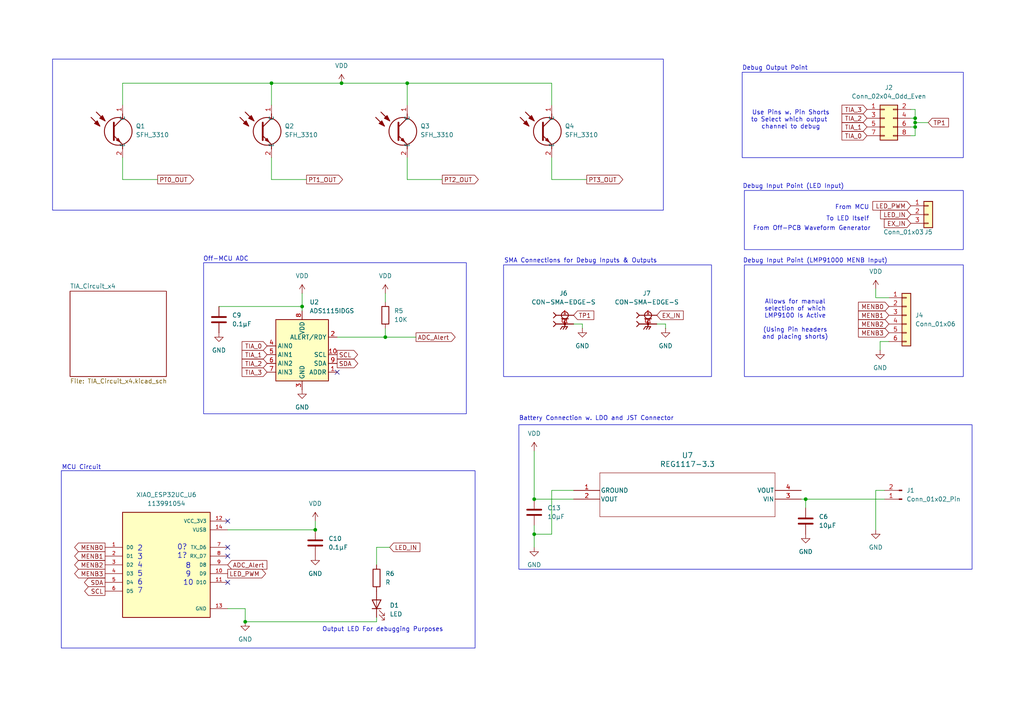
<source format=kicad_sch>
(kicad_sch (version 20250114) (generator "eeschema") (generator_version "9.0")
  (paper "A4")
  (lib_symbols
    (symbol "Analog_ADC:ADS1115IDGS"
      (property "Reference" "U" (at 2.54 13.97 0))
      (property "Value" "ADS1115IDGS" (at 7.62 11.43 0))
      (symbol "ADS1115IDGS_0_1"
        (rectangle (start -7.62 10.16) (end 7.62 -7.62) (stroke (width 0.254)) (fill (type background)))
      )
      (symbol "ADS1115IDGS_1_1"
        (pin input line (at -10.16 2.54 0) (length 2.54) (name "AIN0") (number "4"))
        (pin input line (at -10.16 0 0) (length 2.54) (name "AIN1") (number "5"))
        (pin input line (at -10.16 -2.54 0) (length 2.54) (name "AIN2") (number "6"))
        (pin input line (at -10.16 -5.08 0) (length 2.54) (name "AIN3") (number "7"))
        (pin power_in line (at 0 12.7 270) (length 2.54) (name "VDD") (number "8"))
        (pin power_in line (at 0 -10.16 90) (length 2.54) (name "GND") (number "3"))
        (pin output line (at 10.16 5.08 180) (length 2.54) (name "ALERT/RDY") (number "2"))
        (pin input line (at 10.16 0 180) (length 2.54) (name "SCL") (number "10"))
        (pin bidirectional line (at 10.16 -2.54 180) (length 2.54) (name "SDA") (number "9"))
        (pin input line (at 10.16 -5.08 180) (length 2.54) (name "ADDR") (number "1"))
      )
    )
    (symbol "CON_SMA_EDGE_S:CON-SMA-EDGE-S" (pin_names (offset 1.016))
      (property "Reference" "J" (at -3.81 4.064 0))
      (property "Value" "CON-SMA-EDGE-S" (at -4.064 -4.318 0))
      (symbol "CON-SMA-EDGE-S_0_0"
        (polyline (pts (xy -3.302 3.302) (xy -2.54 2.54)) (stroke (width 0.254)))
        (polyline (pts (xy -3.302 1.778) (xy -2.54 2.54)) (stroke (width 0.254)))
        (polyline (pts (xy -3.302 0.762) (xy -2.54 0)) (stroke (width 0.254)))
        (polyline (pts (xy -3.302 -0.762) (xy -2.54 0)) (stroke (width 0.254)))
        (polyline (pts (xy -2.54 2.54) (xy 2.54 2.54)) (stroke (width 0.254)))
        (polyline (pts (xy -2.54 0) (xy 0 0)) (stroke (width 0.254)))
        (polyline (pts (xy -1.016 1.524) (xy 0 1.524)) (stroke (width 0.254)))
        (polyline (pts (xy -0.762 -0.762) (xy -1.27 -1.524)) (stroke (width 0.254)))
        (circle (center 0 2.54) (radius 1.016) (stroke (width 0.254)))
        (polyline (pts (xy 0 1.524) (xy 0 0)) (stroke (width 0.254)))
        (polyline (pts (xy 0 1.524) (xy 1.016 1.524)) (stroke (width 0.254)))
        (polyline (pts (xy 0 0) (xy -2.286 0)) (stroke (width 0.254)))
        (polyline (pts (xy 0 0) (xy 0 -0.762)) (stroke (width 0.254)))
        (circle (center 0 0) (radius 0.254) (stroke (width 0.254)))
        (polyline (pts (xy 0 -0.762) (xy -0.762 -0.762)) (stroke (width 0.254)))
        (polyline (pts (xy 0 -0.762) (xy -0.508 -1.524)) (stroke (width 0.254)))
        (polyline (pts (xy 0 -0.762) (xy 0.762 -0.762)) (stroke (width 0.254)))
        (polyline (pts (xy 0.762 -0.762) (xy 0.254 -1.524)) (stroke (width 0.254)))
        (polyline (pts (xy 2.54 0) (xy 0 0)) (stroke (width 0.254)))
        (pin passive line (at 2.54 2.54 180) (length 5.08) (name "~") (number "1"))
        (pin passive line (at 2.54 0 180) (length 5.08) (name "~") (number "G1"))
      )
    )
    (symbol "Connector:Conn_01x02_Pin" (pin_names (offset 1.016) (hide yes))
      (property "Reference" "J" (at 0 2.54 0))
      (property "Value" "Conn_01x02_Pin" (at 0 -5.08 0))
      (symbol "Conn_01x02_Pin_1_1"
        (rectangle (start 0.8636 0.127) (end 0 -0.127) (stroke (width 0.1524)) (fill (type outline)))
        (rectangle (start 0.8636 -2.413) (end 0 -2.667) (stroke (width 0.1524)) (fill (type outline)))
        (polyline (pts (xy 1.27 0) (xy 0.8636 0)) (stroke (width 0.1524)))
        (polyline (pts (xy 1.27 -2.54) (xy 0.8636 -2.54)) (stroke (width 0.1524)))
        (pin passive line (at 5.08 0 180) (length 3.81) (name "Pin_1") (number "1"))
        (pin passive line (at 5.08 -2.54 180) (length 3.81) (name "Pin_2") (number "2"))
      )
    )
    (symbol "Connector_Generic:Conn_01x03" (pin_names (offset 1.016) (hide yes))
      (property "Reference" "J" (at 0 5.08 0))
      (property "Value" "Conn_01x03" (at 0 -5.08 0))
      (symbol "Conn_01x03_1_1"
        (rectangle (start -1.27 3.81) (end 1.27 -3.81) (stroke (width 0.254)) (fill (type background)))
        (rectangle (start -1.27 2.667) (end 0 2.413) (stroke (width 0.1524)))
        (rectangle (start -1.27 0.127) (end 0 -0.127) (stroke (width 0.1524)))
        (rectangle (start -1.27 -2.413) (end 0 -2.667) (stroke (width 0.1524)))
        (pin passive line (at -5.08 2.54 0) (length 3.81) (name "Pin_1") (number "1"))
        (pin passive line (at -5.08 0 0) (length 3.81) (name "Pin_2") (number "2"))
        (pin passive line (at -5.08 -2.54 0) (length 3.81) (name "Pin_3") (number "3"))
      )
    )
    (symbol "Connector_Generic:Conn_01x06" (pin_names (offset 1.016) (hide yes))
      (property "Reference" "J" (at 0 7.62 0))
      (property "Value" "Conn_01x06" (at 0 -10.16 0))
      (symbol "Conn_01x06_1_1"
        (rectangle (start -1.27 6.35) (end 1.27 -8.89) (stroke (width 0.254)) (fill (type background)))
        (rectangle (start -1.27 5.207) (end 0 4.953) (stroke (width 0.1524)))
        (rectangle (start -1.27 2.667) (end 0 2.413) (stroke (width 0.1524)))
        (rectangle (start -1.27 0.127) (end 0 -0.127) (stroke (width 0.1524)))
        (rectangle (start -1.27 -2.413) (end 0 -2.667) (stroke (width 0.1524)))
        (rectangle (start -1.27 -4.953) (end 0 -5.207) (stroke (width 0.1524)))
        (rectangle (start -1.27 -7.493) (end 0 -7.747) (stroke (width 0.1524)))
        (pin passive line (at -5.08 5.08 0) (length 3.81) (name "Pin_1") (number "1"))
        (pin passive line (at -5.08 2.54 0) (length 3.81) (name "Pin_2") (number "2"))
        (pin passive line (at -5.08 0 0) (length 3.81) (name "Pin_3") (number "3"))
        (pin passive line (at -5.08 -2.54 0) (length 3.81) (name "Pin_4") (number "4"))
        (pin passive line (at -5.08 -5.08 0) (length 3.81) (name "Pin_5") (number "5"))
        (pin passive line (at -5.08 -7.62 0) (length 3.81) (name "Pin_6") (number "6"))
      )
    )
    (symbol "Connector_Generic:Conn_02x04_Odd_Even" (pin_names (offset 1.016) (hide yes))
      (property "Reference" "J" (at 1.27 5.08 0))
      (property "Value" "Conn_02x04_Odd_Even" (at 1.27 -7.62 0))
      (symbol "Conn_02x04_Odd_Even_1_1"
        (rectangle (start -1.27 3.81) (end 3.81 -6.35) (stroke (width 0.254)) (fill (type background)))
        (rectangle (start -1.27 2.667) (end 0 2.413) (stroke (width 0.1524)))
        (rectangle (start -1.27 0.127) (end 0 -0.127) (stroke (width 0.1524)))
        (rectangle (start -1.27 -2.413) (end 0 -2.667) (stroke (width 0.1524)))
        (rectangle (start -1.27 -4.953) (end 0 -5.207) (stroke (width 0.1524)))
        (rectangle (start 3.81 2.667) (end 2.54 2.413) (stroke (width 0.1524)))
        (rectangle (start 3.81 0.127) (end 2.54 -0.127) (stroke (width 0.1524)))
        (rectangle (start 3.81 -2.413) (end 2.54 -2.667) (stroke (width 0.1524)))
        (rectangle (start 3.81 -4.953) (end 2.54 -5.207) (stroke (width 0.1524)))
        (pin passive line (at -5.08 2.54 0) (length 3.81) (name "Pin_1") (number "1"))
        (pin passive line (at -5.08 0 0) (length 3.81) (name "Pin_3") (number "3"))
        (pin passive line (at -5.08 -2.54 0) (length 3.81) (name "Pin_5") (number "5"))
        (pin passive line (at -5.08 -5.08 0) (length 3.81) (name "Pin_7") (number "7"))
        (pin passive line (at 7.62 2.54 180) (length 3.81) (name "Pin_2") (number "2"))
        (pin passive line (at 7.62 0 180) (length 3.81) (name "Pin_4") (number "4"))
        (pin passive line (at 7.62 -2.54 180) (length 3.81) (name "Pin_6") (number "6"))
        (pin passive line (at 7.62 -5.08 180) (length 3.81) (name "Pin_8") (number "8"))
      )
    )
    (symbol "Device:C" (pin_numbers (hide yes)) (pin_names (offset 0.254))
      (property "Reference" "C" (at 0.635 2.54 0))
      (property "Value" "C" (at 0.635 -2.54 0))
      (symbol "C_0_1"
        (polyline (pts (xy -2.032 0.762) (xy 2.032 0.762)) (stroke (width 0.508)))
        (polyline (pts (xy -2.032 -0.762) (xy 2.032 -0.762)) (stroke (width 0.508)))
      )
      (symbol "C_1_1"
        (pin passive line (at 0 3.81 270) (length 2.794) (name "~") (number "1"))
        (pin passive line (at 0 -3.81 90) (length 2.794) (name "~") (number "2"))
      )
    )
    (symbol "Device:LED" (pin_numbers (hide yes)) (pin_names (offset 1.016) (hide yes))
      (property "Reference" "D" (at 0 2.54 0))
      (property "Value" "LED" (at 0 -2.54 0))
      (symbol "LED_0_1"
        (polyline (pts (xy -3.048 -0.762) (xy -4.572 -2.286) (xy -3.81 -2.286) (xy -4.572 -2.286) (xy -4.572 -1.524)))
        (polyline (pts (xy -1.778 -0.762) (xy -3.302 -2.286) (xy -2.54 -2.286) (xy -3.302 -2.286) (xy -3.302 -1.524)))
        (polyline (pts (xy -1.27 0) (xy 1.27 0)))
        (polyline (pts (xy -1.27 -1.27) (xy -1.27 1.27)) (stroke (width 0.254)))
        (polyline (pts (xy 1.27 -1.27) (xy 1.27 1.27) (xy -1.27 0) (xy 1.27 -1.27)) (stroke (width 0.254)))
      )
      (symbol "LED_1_1"
        (pin passive line (at -3.81 0 0) (length 2.54) (name "K") (number "1"))
        (pin passive line (at 3.81 0 180) (length 2.54) (name "A") (number "2"))
      )
    )
    (symbol "Device:R" (pin_numbers (hide yes)) (pin_names (offset 0))
      (property "Reference" "R" (at 2.032 0 90))
      (property "Value" "R" (at 0 0 90))
      (symbol "R_0_1"
        (rectangle (start -1.016 -2.54) (end 1.016 2.54) (stroke (width 0.254)))
      )
      (symbol "R_1_1"
        (pin passive line (at 0 3.81 270) (length 1.27) (name "~") (number "1"))
        (pin passive line (at 0 -3.81 90) (length 1.27) (name "~") (number "2"))
      )
    )
    (symbol "Reg1117_3.3V LDO:REG1117-3.3" (pin_names (offset 0.254))
      (property "Reference" "U" (at 33.02 10.16 0))
      (property "Value" "REG1117-3.3" (at 33.02 7.62 0))
      (symbol "REG1117-3.3_0_1"
        (polyline (pts (xy 7.62 5.08) (xy 7.62 -7.62)) (stroke (width 0.127)))
        (polyline (pts (xy 7.62 -7.62) (xy 58.42 -7.62)) (stroke (width 0.127)))
        (polyline (pts (xy 58.42 5.08) (xy 7.62 5.08)) (stroke (width 0.127)))
        (polyline (pts (xy 58.42 -7.62) (xy 58.42 5.08)) (stroke (width 0.127)))
        (pin power_in line (at 0 0 0) (length 7.62) (name "GROUND") (number "1"))
        (pin output line (at 0 -2.54 0) (length 7.62) (name "VOUT") (number "2"))
        (pin output line (at 66.04 0 180) (length 7.62) (name "VOUT") (number "4"))
        (pin input line (at 66.04 -2.54 180) (length 7.62) (name "VIN") (number "3"))
      )
    )
    (symbol "SEEEDSTUDIO XIAO ESP32C3:113991054" (pin_names (offset 1.016))
      (property "Reference" "U" (at -12.7 16.002 0))
      (property "Value" "113991054" (at -12.7 -17.78 0))
      (symbol "113991054_0_0"
        (rectangle (start -12.7 -15.24) (end 12.7 15.24) (stroke (width 0.254)) (fill (type background)))
        (pin bidirectional line (at -17.78 5.08 0) (length 5.08) (name "D0") (number "1"))
        (pin bidirectional line (at -17.78 2.54 0) (length 5.08) (name "D1") (number "2"))
        (pin bidirectional line (at -17.78 0 0) (length 5.08) (name "D2") (number "3"))
        (pin bidirectional line (at -17.78 -2.54 0) (length 5.08) (name "D3") (number "4"))
        (pin bidirectional line (at -17.78 -5.08 0) (length 5.08) (name "D4") (number "5"))
        (pin bidirectional line (at -17.78 -7.62 0) (length 5.08) (name "D5") (number "6"))
        (pin power_in line (at 17.78 12.7 180) (length 5.08) (name "VCC_3V3") (number "12"))
        (pin power_in line (at 17.78 10.16 180) (length 5.08) (name "VUSB") (number "14"))
        (pin bidirectional line (at 17.78 5.08 180) (length 5.08) (name "TX_D6") (number "7"))
        (pin bidirectional line (at 17.78 2.54 180) (length 5.08) (name "RX_D7") (number "8"))
        (pin bidirectional line (at 17.78 0 180) (length 5.08) (name "D8") (number "9"))
        (pin bidirectional line (at 17.78 -2.54 180) (length 5.08) (name "D9") (number "10"))
        (pin bidirectional line (at 17.78 -5.08 180) (length 5.08) (name "D10") (number "11"))
        (pin power_in line (at 17.78 -12.7 180) (length 5.08) (name "GND") (number "13"))
      )
    )
    (symbol "SFH3310:SFH_3310"
      (property "Reference" "Q" (at 3.81 -6.35 0))
      (property "Value" "SFH_3310" (at 3.81 -8.89 0))
      (symbol "SFH_3310_1_1"
        (polyline (pts (xy -9.144 -3.556) (xy -6.604 -6.096)) (stroke (width 0.254)))
        (polyline (pts (xy -8.128 -5.334) (xy -7.366 -4.572) (xy -6.604 -6.096) (xy -8.128 -5.334)) (stroke (width 0.254)) (fill (type outline)))
        (polyline (pts (xy -7.62 -2.032) (xy -5.08 -4.572)) (stroke (width 0.254)))
        (polyline (pts (xy -6.604 -3.81) (xy -5.842 -3.048) (xy -5.08 -4.572) (xy -6.604 -3.81)) (stroke (width 0.254)) (fill (type outline)))
        (polyline (pts (xy -2.54 -5.08) (xy -2.54 -10.16)) (stroke (width 0.508)))
        (polyline (pts (xy -2.54 -6.35) (xy 0 -3.81)) (stroke (width 0.254)))
        (polyline (pts (xy -2.54 -8.89) (xy 0 -11.43)) (stroke (width 0.254)))
        (polyline (pts (xy -1.778 -10.16) (xy -1.27 -9.652) (xy -0.762 -10.668) (xy -1.778 -10.16)) (stroke (width 0.254)) (fill (type outline)))
        (circle (center -1.27 -7.62) (radius 4.016) (stroke (width 0.254)))
        (polyline (pts (xy 0 -3.81) (xy 0 -2.54)) (stroke (width 0.254)))
        (polyline (pts (xy 0 -11.43) (xy 0 -12.7)) (stroke (width 0.254)))
        (pin passive line (at 0 0 270) (length 2.54) (name "C") (number "1"))
        (pin passive line (at 0 -15.24 90) (length 2.54) (name "E") (number "2"))
      )
    )
    (symbol "power:GND" (power) (pin_numbers (hide yes)) (pin_names (offset 0) (hide yes))
      (property "Value" "GND" (at 0 -3.81 0))
      (symbol "GND_0_1"
        (polyline (pts (xy 0 0) (xy 0 -1.27) (xy 1.27 -1.27) (xy 0 -2.54) (xy -1.27 -1.27) (xy 0 -1.27)))
      )
      (symbol "GND_1_1"
        (pin power_in line (at 0 0 270) (length 0) (name "~") (number "1"))
      )
    )
    (symbol "power:VDD" (power) (pin_numbers (hide yes)) (pin_names (offset 0) (hide yes))
      (property "Value" "VDD" (at 0 3.556 0))
      (symbol "VDD_0_1"
        (polyline (pts (xy -0.762 1.27) (xy 0 2.54)))
        (polyline (pts (xy 0 2.54) (xy 0.762 1.27)))
        (polyline (pts (xy 0 0) (xy 0 2.54)))
      )
      (symbol "VDD_1_1"
        (pin power_in line (at 0 0 90) (length 0) (name "~") (number "1"))
      )
    )
  )
  (rectangle (start 215.9 55.245) (end 279.4 72.39))
  (rectangle (start 59.055 76.2) (end 135.255 120.015))
  (rectangle (start 17.78 136.525) (end 137.795 187.96))
  (rectangle (start 146.05 76.835) (end 206.375 109.22))
  (rectangle (start 150.495 123.19) (end 281.94 165.1))
  (rectangle (start 215.9 76.835) (end 279.4 109.22))
  (rectangle (start 15.24 17.145) (end 192.405 60.96))
  (rectangle (start 215.265 20.955) (end 279.4 45.72))
  (text "Battery Connection w. LDO and JST Connector" (at 172.974 121.412 0) (effects (font (size 1.27 1.27))))
  (text "6\n7" (at 40.64 170.18 0) (effects (font (size 1.524 1.524))))
  (text "Off-MCU ADC" (at 65.532 75.184 0) (effects (font (size 1.27 1.27))))
  (text "From MCU\n" (at 247.142 60.198 0) (effects (font (size 1.27 1.27))))
  (text "Use Pins w. Pin Shorts\nto Select which output \nchannel to debug" (at 229.362 34.798 0) (effects (font (size 1.27 1.27))))
  (text "Debug Input Point (LMP91000 MENB Input)" (at 236.474 75.692 0) (effects (font (size 1.27 1.27))))
  (text "Allows for manual\nselection of which\nLMP9100 Is Active\n\n(Using Pin headers\nand placing shorts)" (at 230.632 92.71 0) (effects (font (size 1.27 1.27))))
  (text "MCU Circuit" (at 23.622 135.636 0) (effects (font (size 1.27 1.27))))
  (text "2\n3\n4\n5" (at 40.64 162.814 0) (effects (font (size 1.524 1.524))))
  (text "Debug Output Point" (at 224.79 19.812 0) (effects (font (size 1.27 1.27))))
  (text "8\n9\n10" (at 54.61 166.624 0) (effects (font (size 1.524 1.524))))
  (text "To LED Itself" (at 245.872 63.5 0) (effects (font (size 1.27 1.27))))
  (text "SMA Connections for Debug Inputs & Outputs" (at 168.402 75.692 0) (effects (font (size 1.27 1.27))))
  (text "0?\n1?" (at 52.832 160.02 0) (effects (font (size 1.524 1.524))))
  (text "Debug Input Point (LED Input)" (at 230.124 54.102 0) (effects (font (size 1.27 1.27))))
  (text "From Off-PCB Waveform Generator" (at 235.458 66.294 0) (effects (font (size 1.27 1.27))))
  (text "Output LED For debugging Purposes" (at 110.998 182.626 0) (effects (font (size 1.27 1.27))))
  (junction (at 91.44 153.67))
  (junction (at 233.68 144.78))
  (junction (at 118.11 24.13))
  (junction (at 87.63 88.9))
  (junction (at 154.94 144.78))
  (junction (at 265.43 35.56))
  (junction (at 78.74 24.13))
  (junction (at 265.43 34.29))
  (junction (at 154.94 154.94))
  (junction (at 111.76 97.79))
  (junction (at 265.43 36.83))
  (junction (at 99.06 24.13))
  (junction (at 71.12 180.34))
  (no_connect (at 97.79 107.95))
  (no_connect (at 66.04 161.29))
  (no_connect (at 66.04 151.13))
  (no_connect (at 66.04 158.75))
  (no_connect (at 66.04 168.91))
  (wire (pts (xy 254 83.82) (xy 254 86.36)))
  (wire (pts (xy 254 142.24) (xy 254 153.67)))
  (wire (pts (xy 87.63 88.9) (xy 87.63 90.17)))
  (wire (pts (xy 160.02 24.13) (xy 160.02 30.48)))
  (wire (pts (xy 63.5 88.9) (xy 87.63 88.9)))
  (wire (pts (xy 265.43 36.83) (xy 264.16 36.83)))
  (wire (pts (xy 35.56 45.72) (xy 35.56 52.07)))
  (wire (pts (xy 154.94 130.81) (xy 154.94 144.78)))
  (wire (pts (xy 87.63 85.09) (xy 87.63 88.9)))
  (wire (pts (xy 66.04 153.67) (xy 91.44 153.67)))
  (wire (pts (xy 160.02 154.94) (xy 154.94 154.94)))
  (wire (pts (xy 168.91 93.98) (xy 168.91 95.25)))
  (wire (pts (xy 264.16 31.75) (xy 265.43 31.75)))
  (wire (pts (xy 256.54 142.24) (xy 254 142.24)))
  (wire (pts (xy 35.56 24.13) (xy 35.56 30.48)))
  (wire (pts (xy 265.43 36.83) (xy 265.43 39.37)))
  (wire (pts (xy 257.81 86.36) (xy 254 86.36)))
  (wire (pts (xy 78.74 52.07) (xy 88.9 52.07)))
  (wire (pts (xy 111.76 97.79) (xy 120.65 97.79)))
  (wire (pts (xy 35.56 52.07) (xy 45.72 52.07)))
  (wire (pts (xy 160.02 45.72) (xy 160.02 52.07)))
  (wire (pts (xy 118.11 24.13) (xy 118.11 30.48)))
  (wire (pts (xy 233.68 144.78) (xy 256.54 144.78)))
  (wire (pts (xy 265.43 31.75) (xy 265.43 34.29)))
  (wire (pts (xy 160.02 52.07) (xy 170.18 52.07)))
  (wire (pts (xy 109.22 180.34) (xy 71.12 180.34)))
  (wire (pts (xy 154.94 144.78) (xy 166.37 144.78)))
  (wire (pts (xy 118.11 45.72) (xy 118.11 52.07)))
  (wire (pts (xy 109.22 180.34) (xy 109.22 179.07)))
  (wire (pts (xy 265.43 34.29) (xy 265.43 35.56)))
  (wire (pts (xy 193.04 93.98) (xy 193.04 95.25)))
  (wire (pts (xy 265.43 34.29) (xy 264.16 34.29)))
  (wire (pts (xy 78.74 24.13) (xy 78.74 30.48)))
  (wire (pts (xy 232.41 144.78) (xy 233.68 144.78)))
  (wire (pts (xy 78.74 45.72) (xy 78.74 52.07)))
  (wire (pts (xy 265.43 39.37) (xy 264.16 39.37)))
  (wire (pts (xy 109.22 158.75) (xy 109.22 163.83)))
  (wire (pts (xy 265.43 35.56) (xy 265.43 36.83)))
  (wire (pts (xy 78.74 24.13) (xy 99.06 24.13)))
  (wire (pts (xy 265.43 35.56) (xy 269.24 35.56)))
  (wire (pts (xy 66.04 176.53) (xy 71.12 176.53)))
  (wire (pts (xy 118.11 52.07) (xy 128.27 52.07)))
  (wire (pts (xy 166.37 93.98) (xy 168.91 93.98)))
  (wire (pts (xy 154.94 154.94) (xy 154.94 152.4)))
  (wire (pts (xy 166.37 142.24) (xy 160.02 142.24)))
  (wire (pts (xy 233.68 144.78) (xy 233.68 147.32)))
  (wire (pts (xy 160.02 142.24) (xy 160.02 154.94)))
  (wire (pts (xy 111.76 95.25) (xy 111.76 97.79)))
  (wire (pts (xy 97.79 97.79) (xy 111.76 97.79)))
  (wire (pts (xy 91.44 151.13) (xy 91.44 153.67)))
  (wire (pts (xy 111.76 85.09) (xy 111.76 87.63)))
  (wire (pts (xy 154.94 158.75) (xy 154.94 154.94)))
  (wire (pts (xy 190.5 93.98) (xy 193.04 93.98)))
  (wire (pts (xy 99.06 24.13) (xy 118.11 24.13)))
  (wire (pts (xy 71.12 176.53) (xy 71.12 180.34)))
  (wire (pts (xy 255.27 99.06) (xy 257.81 99.06)))
  (wire (pts (xy 118.11 24.13) (xy 160.02 24.13)))
  (wire (pts (xy 35.56 24.13) (xy 78.74 24.13)))
  (wire (pts (xy 255.27 101.6) (xy 255.27 99.06)))
  (wire (pts (xy 113.03 158.75) (xy 109.22 158.75)))
  (global_label "SCL" (shape output) (at 30.48 171.45 180) (property "Intersheetrefs" "${INTERSHEET_REFS}" (effects (hide yes))))
  (global_label "LED_PWM" (shape input) (at 264.16 59.69 180) (property "Intersheetrefs" "${INTERSHEET_REFS}" (effects (hide yes))))
  (global_label "TIA_0" (shape input) (at 77.47 100.33 180) (property "Intersheetrefs" "${INTERSHEET_REFS}" (effects (hide yes))))
  (global_label "LED_IN" (shape input) (at 113.03 158.75 0) (property "Intersheetrefs" "${INTERSHEET_REFS}" (effects (hide yes))))
  (global_label "PT2_OUT" (shape output) (at 128.27 52.07 0) (property "Intersheetrefs" "${INTERSHEET_REFS}" (effects (hide yes))))
  (global_label "PT1_OUT" (shape output) (at 88.9 52.07 0) (property "Intersheetrefs" "${INTERSHEET_REFS}" (effects (hide yes))))
  (global_label "TP1" (shape input) (at 269.24 35.56 0) (property "Intersheetrefs" "${INTERSHEET_REFS}" (effects (hide yes))))
  (global_label "SDA" (shape output) (at 97.79 105.41 0) (property "Intersheetrefs" "${INTERSHEET_REFS}" (effects (hide yes))))
  (global_label "TIA_3" (shape input) (at 77.47 107.95 180) (property "Intersheetrefs" "${INTERSHEET_REFS}" (effects (hide yes))))
  (global_label "TIA_2" (shape input) (at 251.46 34.29 180) (property "Intersheetrefs" "${INTERSHEET_REFS}" (effects (hide yes))))
  (global_label "SDA" (shape output) (at 30.48 168.91 180) (property "Intersheetrefs" "${INTERSHEET_REFS}" (effects (hide yes))))
  (global_label "MENB0" (shape input) (at 257.81 88.9 180) (property "Intersheetrefs" "${INTERSHEET_REFS}" (effects (hide yes))))
  (global_label "LED_PWM" (shape output) (at 66.04 166.37 0) (property "Intersheetrefs" "${INTERSHEET_REFS}" (effects (hide yes))))
  (global_label "EX_IN" (shape input) (at 190.5 91.44 0) (property "Intersheetrefs" "${INTERSHEET_REFS}" (effects (hide yes))))
  (global_label "LED_IN" (shape input) (at 264.16 62.23 180) (property "Intersheetrefs" "${INTERSHEET_REFS}" (effects (hide yes))))
  (global_label "SCL" (shape output) (at 97.79 102.87 0) (property "Intersheetrefs" "${INTERSHEET_REFS}" (effects (hide yes))))
  (global_label "MENB2" (shape output) (at 30.48 163.83 180) (property "Intersheetrefs" "${INTERSHEET_REFS}" (effects (hide yes))))
  (global_label "MENB1" (shape output) (at 30.48 161.29 180) (property "Intersheetrefs" "${INTERSHEET_REFS}" (effects (hide yes))))
  (global_label "MENB0" (shape output) (at 30.48 158.75 180) (property "Intersheetrefs" "${INTERSHEET_REFS}" (effects (hide yes))))
  (global_label "MENB2" (shape input) (at 257.81 93.98 180) (property "Intersheetrefs" "${INTERSHEET_REFS}" (effects (hide yes))))
  (global_label "PT3_OUT" (shape output) (at 170.18 52.07 0) (property "Intersheetrefs" "${INTERSHEET_REFS}" (effects (hide yes))))
  (global_label "MENB1" (shape input) (at 257.81 91.44 180) (property "Intersheetrefs" "${INTERSHEET_REFS}" (effects (hide yes))))
  (global_label "TIA_3" (shape input) (at 251.46 31.75 180) (property "Intersheetrefs" "${INTERSHEET_REFS}" (effects (hide yes))))
  (global_label "MENB3" (shape output) (at 30.48 166.37 180) (property "Intersheetrefs" "${INTERSHEET_REFS}" (effects (hide yes))))
  (global_label "MENB3" (shape input) (at 257.81 96.52 180) (property "Intersheetrefs" "${INTERSHEET_REFS}" (effects (hide yes))))
  (global_label "TIA_0" (shape input) (at 251.46 39.37 180) (property "Intersheetrefs" "${INTERSHEET_REFS}" (effects (hide yes))))
  (global_label "PT0_OUT" (shape output) (at 45.72 52.07 0) (property "Intersheetrefs" "${INTERSHEET_REFS}" (effects (hide yes))))
  (global_label "TIA_2" (shape input) (at 77.47 105.41 180) (property "Intersheetrefs" "${INTERSHEET_REFS}" (effects (hide yes))))
  (global_label "TP1" (shape input) (at 166.37 91.44 0) (property "Intersheetrefs" "${INTERSHEET_REFS}" (effects (hide yes))))
  (global_label "ADC_Alert" (shape input) (at 66.04 163.83 0) (property "Intersheetrefs" "${INTERSHEET_REFS}" (effects (hide yes))))
  (global_label "TIA_1" (shape input) (at 251.46 36.83 180) (property "Intersheetrefs" "${INTERSHEET_REFS}" (effects (hide yes))))
  (global_label "EX_IN" (shape input) (at 264.16 64.77 180) (property "Intersheetrefs" "${INTERSHEET_REFS}" (effects (hide yes))))
  (global_label "TIA_1" (shape input) (at 77.47 102.87 180) (property "Intersheetrefs" "${INTERSHEET_REFS}" (effects (hide yes))))
  (global_label "ADC_Alert" (shape output) (at 120.65 97.79 0) (property "Intersheetrefs" "${INTERSHEET_REFS}" (effects (hide yes))))
  (symbol (lib_id "Connector:Conn_01x02_Pin") (at 261.62 144.78 180) (unit 1)
    (property "Reference" "J1" (at 262.89 142.2399 0) (effects (justify right)))
    (property "Value" "Conn_01x02_Pin" (at 262.89 144.7799 0) (effects (justify right)))
    (property "Footprint" "Connector:JWT_A3963_1x02_P3.96mm_Vertical" (effects (hide yes)))
    (property "Description" "Generic connector, single row, 01x02, script generated" (effects (hide yes)))
  )
  (symbol (lib_id "Reg1117_3.3V LDO:REG1117-3.3") (at 166.37 142.24 0) (unit 1)
    (property "Reference" "U7" (at 199.39 132.08 0) (effects (font (size 1.524 1.524))))
    (property "Value" "REG1117-3.3" (at 199.39 134.62 0) (effects (font (size 1.524 1.524))))
    (property "Footprint" "REG1117-3.3:DCY4" (effects (hide yes)))
    (property "Datasheet" "REG1117-3.3" (effects (hide yes)))
  )
  (symbol (lib_id "power:VDD") (at 99.06 24.13 0) (unit 1)
    (property "Reference" "#PWR03" (effects (hide yes)))
    (property "Value" "VDD" (at 99.06 19.05 0))
    (property "Description" "Power symbol creates a global label with name \"VDD\"" (effects (hide yes)))
  )
  (symbol (lib_id "SFH3310:SFH_3310") (at 78.74 30.48 0) (unit 1)
    (property "Reference" "Q2" (at 82.55 36.5759 0) (effects (justify left)))
    (property "Value" "SFH_3310" (at 82.55 39.1159 0) (effects (justify left)))
    (property "Footprint" "SFH3310:SFH3310" (effects (hide yes)))
    (property "Datasheet" "https://datasheet.datasheetarchive.com/originals/distributors/DKDS41/DSANUWW0036822.pdf" (effects (hide yes)))
    (property "Description" "Phototransistor Chip Silicon 570nm 2-Pin T-1" (effects (hide yes)))
    (property "Mouser Part Number" "720-SFH3310" (effects (hide yes)))
    (property "Mouser Price/Stock" "https://www.mouser.co.uk/ProductDetail/OSRAM-Opto-Semiconductors/SFH-3310?qs=nTDll3UaDK7Q6k0dcfX6Lw%3D%3D" (effects (hide yes)))
    (property "Manufacturer_Name" "ams OSRAM" (effects (hide yes)))
    (property "Manufacturer_Part_Number" "SFH 3310" (effects (hide yes)))
  )
  (symbol (lib_id "power:GND") (at 154.94 158.75 0) (unit 1)
    (property "Reference" "#PWR07" (effects (hide yes)))
    (property "Value" "GND" (at 154.94 163.83 0))
    (property "Description" "Power symbol creates a global label with name \"GND\" , ground" (effects (hide yes)))
  )
  (symbol (lib_id "Device:R") (at 109.22 167.64 0) (unit 1)
    (property "Reference" "R6" (at 111.76 166.3699 0) (effects (justify left)))
    (property "Value" "R" (at 111.76 168.9099 0) (effects (justify left)))
    (property "Footprint" "Resistor_SMD:R_0805_2012Metric_Pad1.20x1.40mm_HandSolder" (effects (hide yes)))
    (property "Description" "Resistor" (effects (hide yes)))
  )
  (symbol (lib_id "Device:R") (at 111.76 91.44 0) (unit 1)
    (property "Reference" "R5" (at 114.3 90.1699 0) (effects (justify left)))
    (property "Value" "10K" (at 114.3 92.7099 0) (effects (justify left)))
    (property "Footprint" "Resistor_SMD:R_0805_2012Metric_Pad1.20x1.40mm_HandSolder" (effects (hide yes)))
    (property "Description" "Resistor" (effects (hide yes)))
  )
  (symbol (lib_id "Connector_Generic:Conn_02x04_Odd_Even") (at 256.54 34.29 0) (unit 1)
    (property "Reference" "J2" (at 257.81 25.4 0))
    (property "Value" "Conn_02x04_Odd_Even" (at 257.81 27.94 0))
    (property "Footprint" "Connector_PinHeader_2.54mm:PinHeader_2x04_P2.54mm_Vertical" (effects (hide yes)))
    (property "Description" "Generic connector, double row, 02x04, odd/even pin numbering scheme (row 1 odd numbers, row 2 even numbers), script generated (kicad-library-utils/schlib/autogen/connector/)" (effects (hide yes)))
  )
  (symbol (lib_id "CON_SMA_EDGE_S:CON-SMA-EDGE-S") (at 187.96 93.98 0) (unit 1)
    (property "Reference" "J7" (at 187.579 85.09 0))
    (property "Value" "CON-SMA-EDGE-S" (at 187.579 87.63 0))
    (property "Footprint" "CON-SMA-EDGE-S:RFSOLUTIONS_CON-SMA-EDGE-S" (effects (hide yes)))
    (property "PARTREV" "1" (effects (hide yes)))
    (property "STANDARD" "Manufacturer Recommendations" (effects (hide yes)))
    (property "MAXIMUM_PACKAGE_HEIGHT" "6.35mm" (effects (hide yes)))
    (property "MANUFACTURER" "RF Solutions" (effects (hide yes)))
  )
  (symbol (lib_id "SEEEDSTUDIO XIAO ESP32C3:113991054") (at 48.26 163.83 0) (unit 1)
    (property "Reference" "XIAO_ESP32UC_U6" (at 48.26 143.51 0))
    (property "Value" "113991054" (at 48.26 146.05 0))
    (property "Footprint" "SeedStudio ESP32:MODULE_113991054" (effects (hide yes)))
    (property "PARTREV" "23/05/2022" (effects (hide yes)))
    (property "MANUFACTURER" "Seeed Technology" (effects (hide yes)))
    (property "SNAPEDA_PN" "113991054" (effects (hide yes)))
    (property "MAXIMUM_PACKAGE_HEIGHT" "N/A" (effects (hide yes)))
    (property "STANDARD" "Manufacturer Recommendations" (effects (hide yes)))
  )
  (symbol (lib_id "Analog_ADC:ADS1115IDGS") (at 87.63 102.87 0) (unit 1)
    (property "Reference" "U2" (at 89.7733 87.63 0) (effects (justify left)))
    (property "Value" "ADS1115IDGS" (at 89.7733 90.17 0) (effects (justify left)))
    (property "Footprint" "Package_SO:TSSOP-10_3x3mm_P0.5mm" (effects (hide yes)))
    (property "Datasheet" "http://www.ti.com/lit/ds/symlink/ads1113.pdf" (effects (hide yes)))
    (property "Description" "Ultra-Small, Low-Power, I2C-Compatible, 860-SPS, 16-Bit ADCs With Internal Reference, Oscillator, and Programmable Comparator, VSSOP-10" (effects (hide yes)))
  )
  (symbol (lib_id "power:VDD") (at 87.63 85.09 0) (unit 1)
    (property "Reference" "#PWR02" (effects (hide yes)))
    (property "Value" "VDD" (at 87.63 80.01 0))
    (property "Description" "Power symbol creates a global label with name \"VDD\"" (effects (hide yes)))
  )
  (symbol (lib_id "power:GND") (at 63.5 96.52 0) (unit 1)
    (property "Reference" "#PWR010" (effects (hide yes)))
    (property "Value" "GND" (at 63.5 101.6 0))
    (property "Description" "Power symbol creates a global label with name \"GND\" , ground" (effects (hide yes)))
  )
  (symbol (lib_id "power:GND") (at 91.44 161.29 0) (unit 1)
    (property "Reference" "#PWR012" (effects (hide yes)))
    (property "Value" "GND" (at 91.44 166.37 0))
    (property "Description" "Power symbol creates a global label with name \"GND\" , ground" (effects (hide yes)))
  )
  (symbol (lib_id "Connector_Generic:Conn_01x03") (at 269.24 62.23 0) (unit 1)
    (property "Reference" "J5" (at 270.5101 67.31 0) (effects (justify right)))
    (property "Value" "Conn_01x03" (at 267.9701 67.31 0) (effects (justify right)))
    (property "Footprint" "Connector_PinHeader_2.54mm:PinHeader_1x03_P2.54mm_Vertical" (effects (hide yes)))
    (property "Description" "Generic connector, single row, 01x03, script generated (kicad-library-utils/schlib/autogen/connector/)" (effects (hide yes)))
  )
  (symbol (lib_id "CON_SMA_EDGE_S:CON-SMA-EDGE-S") (at 163.83 93.98 0) (unit 1)
    (property "Reference" "J6" (at 163.449 85.09 0))
    (property "Value" "CON-SMA-EDGE-S" (at 163.449 87.63 0))
    (property "Footprint" "CON-SMA-EDGE-S:RFSOLUTIONS_CON-SMA-EDGE-S" (effects (hide yes)))
    (property "PARTREV" "1" (effects (hide yes)))
    (property "STANDARD" "Manufacturer Recommendations" (effects (hide yes)))
    (property "MAXIMUM_PACKAGE_HEIGHT" "6.35mm" (effects (hide yes)))
    (property "MANUFACTURER" "RF Solutions" (effects (hide yes)))
  )
  (symbol (lib_id "Connector_Generic:Conn_01x06") (at 262.89 91.44 0) (unit 1)
    (property "Reference" "J4" (at 265.43 91.4399 0) (effects (justify left)))
    (property "Value" "Conn_01x06" (at 265.43 93.9799 0) (effects (justify left)))
    (property "Footprint" "Connector_PinHeader_2.54mm:PinHeader_1x06_P2.54mm_Vertical" (effects (hide yes)))
    (property "Description" "Generic connector, single row, 01x06, script generated (kicad-library-utils/schlib/autogen/connector/)" (effects (hide yes)))
  )
  (symbol (lib_id "power:GND") (at 233.68 154.94 0) (unit 1)
    (property "Reference" "#PWR08" (effects (hide yes)))
    (property "Value" "GND" (at 233.68 160.02 0))
    (property "Description" "Power symbol creates a global label with name \"GND\" , ground" (effects (hide yes)))
  )
  (symbol (lib_id "power:VDD") (at 154.94 130.81 0) (unit 1)
    (property "Reference" "#PWR021" (effects (hide yes)))
    (property "Value" "VDD" (at 154.94 125.73 0))
    (property "Description" "Power symbol creates a global label with name \"VDD\"" (effects (hide yes)))
  )
  (symbol (lib_id "power:GND") (at 71.12 180.34 0) (unit 1)
    (property "Reference" "#PWR011" (effects (hide yes)))
    (property "Value" "GND" (at 71.12 185.42 0))
    (property "Description" "Power symbol creates a global label with name \"GND\" , ground" (effects (hide yes)))
  )
  (symbol (lib_id "SFH3310:SFH_3310") (at 118.11 30.48 0) (unit 1)
    (property "Reference" "Q3" (at 121.92 36.5759 0) (effects (justify left)))
    (property "Value" "SFH_3310" (at 121.92 39.1159 0) (effects (justify left)))
    (property "Footprint" "SFH3310:SFH3310" (effects (hide yes)))
    (property "Datasheet" "https://datasheet.datasheetarchive.com/originals/distributors/DKDS41/DSANUWW0036822.pdf" (effects (hide yes)))
    (property "Description" "Phototransistor Chip Silicon 570nm 2-Pin T-1" (effects (hide yes)))
    (property "Mouser Part Number" "720-SFH3310" (effects (hide yes)))
    (property "Mouser Price/Stock" "https://www.mouser.co.uk/ProductDetail/OSRAM-Opto-Semiconductors/SFH-3310?qs=nTDll3UaDK7Q6k0dcfX6Lw%3D%3D" (effects (hide yes)))
    (property "Manufacturer_Name" "ams OSRAM" (effects (hide yes)))
    (property "Manufacturer_Part_Number" "SFH 3310" (effects (hide yes)))
  )
  (symbol (lib_id "SFH3310:SFH_3310") (at 35.56 30.48 0) (unit 1)
    (property "Reference" "Q1" (at 39.37 36.5759 0) (effects (justify left)))
    (property "Value" "SFH_3310" (at 39.37 39.1159 0) (effects (justify left)))
    (property "Footprint" "SFH3310:SFH3310" (effects (hide yes)))
    (property "Datasheet" "https://datasheet.datasheetarchive.com/originals/distributors/DKDS41/DSANUWW0036822.pdf" (effects (hide yes)))
    (property "Description" "Phototransistor Chip Silicon 570nm 2-Pin T-1" (effects (hide yes)))
    (property "Mouser Part Number" "720-SFH3310" (effects (hide yes)))
    (property "Mouser Price/Stock" "https://www.mouser.co.uk/ProductDetail/OSRAM-Opto-Semiconductors/SFH-3310?qs=nTDll3UaDK7Q6k0dcfX6Lw%3D%3D" (effects (hide yes)))
    (property "Manufacturer_Name" "ams OSRAM" (effects (hide yes)))
    (property "Manufacturer_Part_Number" "SFH 3310" (effects (hide yes)))
  )
  (symbol (lib_id "power:GND") (at 87.63 113.03 0) (unit 1)
    (property "Reference" "#PWR09" (effects (hide yes)))
    (property "Value" "GND" (at 87.63 118.11 0))
    (property "Description" "Power symbol creates a global label with name \"GND\" , ground" (effects (hide yes)))
  )
  (symbol (lib_id "SFH3310:SFH_3310") (at 160.02 30.48 0) (unit 1)
    (property "Reference" "Q4" (at 163.83 36.5759 0) (effects (justify left)))
    (property "Value" "SFH_3310" (at 163.83 39.1159 0) (effects (justify left)))
    (property "Footprint" "SFH3310:SFH3310" (effects (hide yes)))
    (property "Datasheet" "https://datasheet.datasheetarchive.com/originals/distributors/DKDS41/DSANUWW0036822.pdf" (effects (hide yes)))
    (property "Description" "Phototransistor Chip Silicon 570nm 2-Pin T-1" (effects (hide yes)))
    (property "Mouser Part Number" "720-SFH3310" (effects (hide yes)))
    (property "Mouser Price/Stock" "https://www.mouser.co.uk/ProductDetail/OSRAM-Opto-Semiconductors/SFH-3310?qs=nTDll3UaDK7Q6k0dcfX6Lw%3D%3D" (effects (hide yes)))
    (property "Manufacturer_Name" "ams OSRAM" (effects (hide yes)))
    (property "Manufacturer_Part_Number" "SFH 3310" (effects (hide yes)))
  )
  (symbol (lib_id "power:GND") (at 193.04 95.25 0) (unit 1)
    (property "Reference" "#PWR024" (effects (hide yes)))
    (property "Value" "GND" (at 193.04 100.33 0))
    (property "Description" "Power symbol creates a global label with name \"GND\" , ground" (effects (hide yes)))
  )
  (symbol (lib_id "Device:C") (at 91.44 157.48 0) (unit 1)
    (property "Reference" "C10" (at 95.25 156.2099 0) (effects (justify left)))
    (property "Value" "0.1µF" (at 95.25 158.7499 0) (effects (justify left)))
    (property "Footprint" "Capacitor_SMD:C_0805_2012Metric_Pad1.18x1.45mm_HandSolder" (effects (hide yes)))
    (property "Description" "Unpolarized capacitor" (effects (hide yes)))
  )
  (symbol (lib_id "power:VDD") (at 111.76 85.09 0) (unit 1)
    (property "Reference" "#PWR05" (effects (hide yes)))
    (property "Value" "VDD" (at 111.76 80.01 0))
    (property "Description" "Power symbol creates a global label with name \"VDD\"" (effects (hide yes)))
  )
  (symbol (lib_id "power:GND") (at 254 153.67 0) (unit 1)
    (property "Reference" "#PWR013" (effects (hide yes)))
    (property "Value" "GND" (at 254 158.75 0))
    (property "Description" "Power symbol creates a global label with name \"GND\" , ground" (effects (hide yes)))
  )
  (symbol (lib_id "power:VDD") (at 254 83.82 0) (unit 1)
    (property "Reference" "#PWR06" (effects (hide yes)))
    (property "Value" "VDD" (at 254 78.74 0))
    (property "Description" "Power symbol creates a global label with name \"VDD\"" (effects (hide yes)))
  )
  (symbol (lib_id "power:VDD") (at 91.44 151.13 0) (unit 1)
    (property "Reference" "#PWR01" (effects (hide yes)))
    (property "Value" "VDD" (at 91.44 146.05 0))
    (property "Description" "Power symbol creates a global label with name \"VDD\"" (effects (hide yes)))
  )
  (symbol (lib_id "power:GND") (at 168.91 95.25 0) (unit 1)
    (property "Reference" "#PWR023" (effects (hide yes)))
    (property "Value" "GND" (at 168.91 100.33 0))
    (property "Description" "Power symbol creates a global label with name \"GND\" , ground" (effects (hide yes)))
  )
  (symbol (lib_id "Device:C") (at 233.68 151.13 0) (unit 1)
    (property "Reference" "C6" (at 237.49 149.8599 0) (effects (justify left)))
    (property "Value" "10µF" (at 237.49 152.3999 0) (effects (justify left)))
    (property "Footprint" "Capacitor_SMD:C_0805_2012Metric_Pad1.18x1.45mm_HandSolder" (effects (hide yes)))
    (property "Description" "Unpolarized capacitor" (effects (hide yes)))
  )
  (symbol (lib_id "Device:LED") (at 109.22 175.26 90) (unit 1)
    (property "Reference" "D1" (at 113.03 175.5774 90) (effects (justify right)))
    (property "Value" "LED" (at 113.03 178.1174 90) (effects (justify right)))
    (property "Footprint" "LED_THT:LED_D5.0mm" (effects (hide yes)))
    (property "Description" "Light emitting diode" (effects (hide yes)))
    (property "Sim.Pins" "1=K 2=A" (effects (hide yes)))
  )
  (symbol (lib_id "Device:C") (at 154.94 148.59 0) (unit 1)
    (property "Reference" "C13" (at 158.75 147.3199 0) (effects (justify left)))
    (property "Value" "10µF" (at 158.75 149.8599 0) (effects (justify left)))
    (property "Footprint" "Capacitor_SMD:C_0805_2012Metric_Pad1.18x1.45mm_HandSolder" (effects (hide yes)))
    (property "Description" "Unpolarized capacitor" (effects (hide yes)))
  )
  (symbol (lib_id "power:GND") (at 255.27 101.6 0) (unit 1)
    (property "Reference" "#PWR022" (effects (hide yes)))
    (property "Value" "GND" (at 255.27 106.68 0))
    (property "Description" "Power symbol creates a global label with name \"GND\" , ground" (effects (hide yes)))
  )
  (symbol (lib_id "Device:C") (at 63.5 92.71 0) (unit 1)
    (property "Reference" "C9" (at 67.31 91.4399 0) (effects (justify left)))
    (property "Value" "0.1µF" (at 67.31 93.9799 0) (effects (justify left)))
    (property "Footprint" "Capacitor_SMD:C_0805_2012Metric_Pad1.18x1.45mm_HandSolder" (effects (hide yes)))
    (property "Description" "Unpolarized capacitor" (effects (hide yes)))
  )
  (sheet (at 20.32 84.455) (size 27.94 24.765) (stroke (width 0.1524))
    (property "Sheetname" "TIA_Circuit_x4" (at 20.32 83.7434 0) (effects (justify left bottom)))
    (property "Sheetfile" "TIA_Circuit_x4.kicad_sch" (at 20.32 109.8046 0) (effects (justify left top)))
  )
)
</source>
